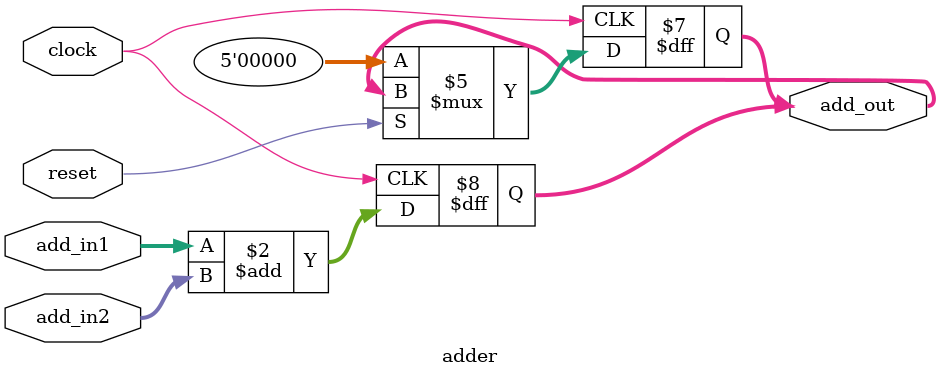
<source format=v>
module adder(clock,reset,add_in1,add_in2,add_out);

input wire clock;
input wire reset;
input wire [3:0] add_in1;
input wire [3:0] add_in2;
output reg [4:0] add_out;

always @(posedge clock)
	begin
		add_out <= add_in1 + add_in2;
	end

always @(posedge clock)
	begin
	if(!reset)
		begin
			add_out <=5'b00000;
		end
	end
endmodule

</source>
